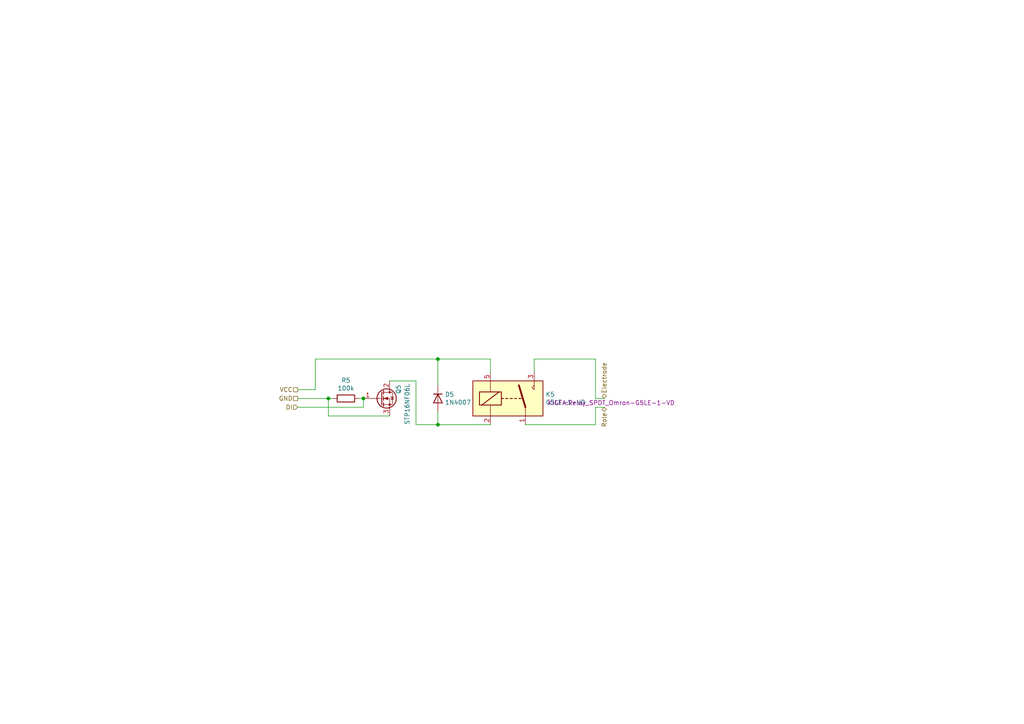
<source format=kicad_sch>
(kicad_sch (version 20211123) (generator eeschema)
  (paper "A4")
  (lib_symbols
    (symbol "Device:R" (pin_numbers hide) (pin_names (offset 0))
      (property "Reference" "R" (at 2.032 0 90))
      (property "Value" "R" (at 0 0 90))
      (symbol "R_0_1"
        (rectangle (start -1.016 -2.54) (end 1.016 2.54) (stroke (width 0.254)))
      )
      (symbol "R_1_1"
        (pin passive line (at 0 3.81 270) (length 1.27) (name "~") (number "1"))
        (pin passive line (at 0 -3.81 90) (length 1.27) (name "~") (number "2"))
      )
    )
    (symbol "Diode:1N4007" (pin_numbers hide) (pin_names (offset 1.016) hide)
      (property "Reference" "D" (at 0 2.54 0))
      (property "Value" "1N4007" (at 0 -2.54 0))
      (symbol "1N4007_0_1"
        (polyline (pts (xy -1.27 1.27) (xy -1.27 -1.27)) (stroke (width 0.254)))
        (polyline (pts (xy 1.27 0) (xy -1.27 0)))
        (polyline (pts (xy 1.27 1.27) (xy 1.27 -1.27) (xy -1.27 0) (xy 1.27 1.27)) (stroke (width 0.254)))
      )
      (symbol "1N4007_1_1"
        (pin passive line (at -3.81 0 0) (length 2.54) (name "K") (number "1"))
        (pin passive line (at 3.81 0 180) (length 2.54) (name "A") (number "2"))
      )
    )
    (symbol "relay_card_single:G5LE-1-VD"
      (property "Reference" "K14" (at 10.922 1.1684 0))
      (property "Value" "G5LE-1-VD" (at 10.922 -1.143 0))
      (symbol "G5LE-1-VD_0_0"
        (polyline (pts (xy 7.62 5.08) (xy 7.62 2.54) (xy 6.985 3.175) (xy 7.62 3.81)))
      )
      (symbol "G5LE-1-VD_0_1"
        (rectangle (start -10.16 5.08) (end 10.16 -5.08) (stroke (width 0.254)) (fill (type background)))
        (rectangle (start -8.255 1.905) (end -1.905 -1.905) (stroke (width 0.254)))
        (polyline (pts (xy -7.62 -1.905) (xy -2.54 1.905)) (stroke (width 0.254)))
        (polyline (pts (xy -5.08 -5.08) (xy -5.08 -1.905)))
        (polyline (pts (xy -5.08 5.08) (xy -5.08 1.905)))
        (polyline (pts (xy -1.905 0) (xy -1.27 0)) (stroke (width 0.254)))
        (polyline (pts (xy -0.635 0) (xy 0 0)) (stroke (width 0.254)))
        (polyline (pts (xy 0.635 0) (xy 1.27 0)) (stroke (width 0.254)))
        (polyline (pts (xy 1.905 0) (xy 2.54 0)) (stroke (width 0.254)))
        (polyline (pts (xy 3.175 0) (xy 3.81 0)) (stroke (width 0.254)))
        (polyline (pts (xy 5.08 -2.54) (xy 3.175 3.81)) (stroke (width 0.508)))
        (polyline (pts (xy 5.08 -2.54) (xy 5.08 -5.08)))
      )
      (symbol "G5LE-1-VD_1_1"
        (pin passive line (at 5.08 -7.62 90) (length 2.54) (name "~") (number "1"))
        (pin passive line (at -5.08 -7.62 90) (length 2.54) (name "~") (number "2"))
        (pin passive line (at 7.62 7.62 270) (length 2.54) (name "~") (number "3"))
        (pin passive line (at -5.08 7.62 270) (length 2.54) (name "~") (number "5"))
      )
    )
    (symbol "relay_card_single:STP16NF06L" (pin_names hide)
      (property "Reference" "Q14" (at 5.08 1.27 90))
      (property "Value" "STP16NF06L" (at 7.62 -7.62 90))
      (symbol "STP16NF06L_0_1"
        (polyline (pts (xy 0.254 0) (xy -2.54 0)))
        (polyline (pts (xy 0.254 1.905) (xy 0.254 -1.905)) (stroke (width 0.254)))
        (polyline (pts (xy 0.762 -1.27) (xy 0.762 -2.286)) (stroke (width 0.254)))
        (polyline (pts (xy 0.762 0.508) (xy 0.762 -0.508)) (stroke (width 0.254)))
        (polyline (pts (xy 0.762 2.286) (xy 0.762 1.27)) (stroke (width 0.254)))
        (polyline (pts (xy 2.54 2.54) (xy 2.54 1.778)))
        (polyline (pts (xy 2.54 -2.54) (xy 2.54 0) (xy 0.762 0)))
        (polyline (pts (xy 0.762 -1.778) (xy 3.302 -1.778) (xy 3.302 1.778) (xy 0.762 1.778)))
        (polyline (pts (xy 1.016 0) (xy 2.032 0.381) (xy 2.032 -0.381) (xy 1.016 0)) (fill (type outline)))
        (polyline (pts (xy 2.794 0.508) (xy 2.921 0.381) (xy 3.683 0.381) (xy 3.81 0.254)))
        (polyline (pts (xy 3.302 0.381) (xy 2.921 -0.254) (xy 3.683 -0.254) (xy 3.302 0.381)))
        (circle (center 1.651 0) (radius 2.794) (stroke (width 0.254)))
        (circle (center 2.54 -1.778) (radius 0.254) (fill (type outline)))
        (circle (center 2.54 1.778) (radius 0.254) (fill (type outline)))
      )
      (symbol "STP16NF06L_1_1"
        (pin input line (at -5.08 0 0) (length 2.54) (name "G") (number "1"))
        (pin passive line (at 2.54 5.08 270) (length 2.54) (name "D") (number "2"))
        (pin passive line (at 2.54 -5.08 90) (length 2.54) (name "S") (number "3"))
      )
    )
  )
  (junction (at 127 123.19))
  (junction (at 127 104.14))
  (junction (at 105.41 115.57))
  (junction (at 95.25 115.57))
  (wire (pts (xy 142.24 104.14) (xy 142.24 107.95)))
  (wire (pts (xy 127 104.14) (xy 91.44 104.14)))
  (wire (pts (xy 127 123.19) (xy 127 119.38)))
  (wire (pts (xy 86.36 118.11) (xy 105.41 118.11)))
  (wire (pts (xy 127 104.14) (xy 142.24 104.14)))
  (wire (pts (xy 172.72 123.19) (xy 152.4 123.19)))
  (wire (pts (xy 120.65 110.49) (xy 120.65 123.19)))
  (wire (pts (xy 154.94 104.14) (xy 172.72 104.14)))
  (wire (pts (xy 86.36 115.57) (xy 95.25 115.57)))
  (wire (pts (xy 154.94 107.95) (xy 154.94 104.14)))
  (wire (pts (xy 172.72 118.11) (xy 175.26 118.11)))
  (wire (pts (xy 91.44 113.03) (xy 86.36 113.03)))
  (wire (pts (xy 95.25 115.57) (xy 96.52 115.57)))
  (wire (pts (xy 113.03 110.49) (xy 120.65 110.49)))
  (wire (pts (xy 172.72 115.57) (xy 175.26 115.57)))
  (wire (pts (xy 172.72 104.14) (xy 172.72 115.57)))
  (wire (pts (xy 91.44 104.14) (xy 91.44 113.03)))
  (wire (pts (xy 172.72 118.11) (xy 172.72 123.19)))
  (wire (pts (xy 113.03 120.65) (xy 95.25 120.65)))
  (wire (pts (xy 95.25 115.57) (xy 95.25 120.65)))
  (wire (pts (xy 105.41 115.57) (xy 105.41 118.11)))
  (wire (pts (xy 127 123.19) (xy 142.24 123.19)))
  (wire (pts (xy 120.65 123.19) (xy 127 123.19)))
  (wire (pts (xy 127 104.14) (xy 127 111.76)))
  (wire (pts (xy 104.14 115.57) (xy 105.41 115.57)))
  (hierarchical_label "Role" (shape bidirectional) (at 175.26 118.11 270))
  (hierarchical_label "DI" (shape input) (at 86.36 118.11 180))
  (hierarchical_label "Electrode" (shape bidirectional) (at 175.26 115.57 90))
  (hierarchical_label "VCC" (shape passive) (at 86.36 113.03 180))
  (hierarchical_label "GND" (shape passive) (at 86.36 115.57 180))
  (symbol (lib_id "Diode:1N4007") (at 127 115.57 270)
    (property "Reference" "D5" (at 129.032 114.4016 90) (effects (justify left)))
    (property "Value" "1N4007" (at 129.032 116.713 90) (effects (justify left)))
    (property "Footprint" "Diode_THT:D_DO-41_SOD81_P10.16mm_Horizontal" (effects hide))
    (property "Datasheet" "http://www.vishay.com/docs/88503/1n4001.pdf" (effects hide))
  )
  (symbol (lib_id "relay_card_single:G5LE-1-VD") (at 147.32 115.57 0)
    (property "Reference" "K5" (at 158.242 114.4016 0) (effects (justify left)))
    (property "Value" "G5LE-1-VD" (at 158.242 116.713 0) (effects (justify left)))
    (property "Footprint" "KIGFA:Relay_SPDT_Omron-G5LE-1-VD" (at 158.75 116.84 0) (effects (justify left)))
    (property "Datasheet" "http://www.omron.com/ecb/products/pdf/en-g5le.pdf" (effects hide))
    (property "ref.Farnell" "2076257" (effects hide))
  )
  (symbol (lib_id "relay_card_single:STP16NF06L") (at 110.49 115.57 0)
    (property "Reference" "Q5" (at 115.57 114.3 90) (effects (justify left)))
    (property "Value" "STP16NF06L" (at 118.11 123.19 90) (effects (justify left)))
    (property "Footprint" "Package_TO_SOT_THT:TO-220-3_Vertical" (effects hide))
    (property "Datasheet" "https://media.digikey.com/pdf/Data%20Sheets/Fairchild%20PDFs/BUZ11.pdf" (effects hide))
  )
  (symbol (lib_id "Device:R") (at 100.33 115.57 270)
    (property "Reference" "R5" (at 100.33 110.3122 90))
    (property "Value" "100k" (at 100.33 112.6236 90))
    (property "Footprint" "Resistor_THT:R_Axial_DIN0207_L6.3mm_D2.5mm_P15.24mm_Horizontal" (effects hide))
  )
)
</source>
